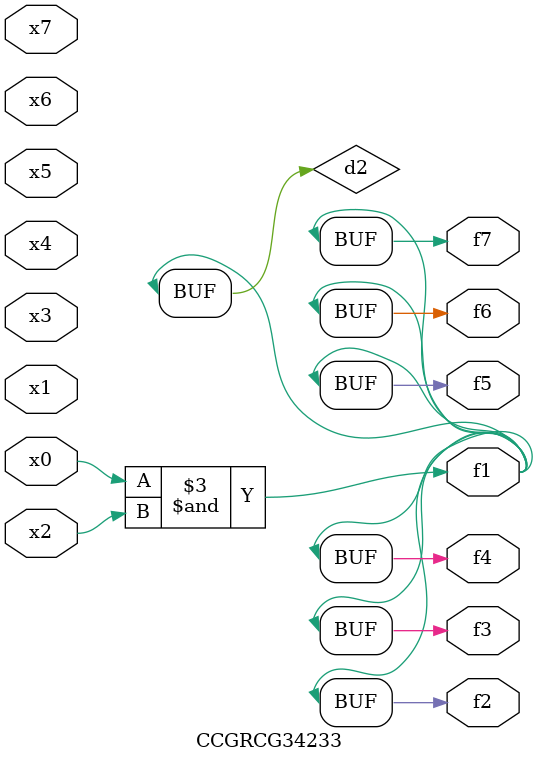
<source format=v>
module CCGRCG34233(
	input x0, x1, x2, x3, x4, x5, x6, x7,
	output f1, f2, f3, f4, f5, f6, f7
);

	wire d1, d2;

	nor (d1, x3, x6);
	and (d2, x0, x2);
	assign f1 = d2;
	assign f2 = d2;
	assign f3 = d2;
	assign f4 = d2;
	assign f5 = d2;
	assign f6 = d2;
	assign f7 = d2;
endmodule

</source>
